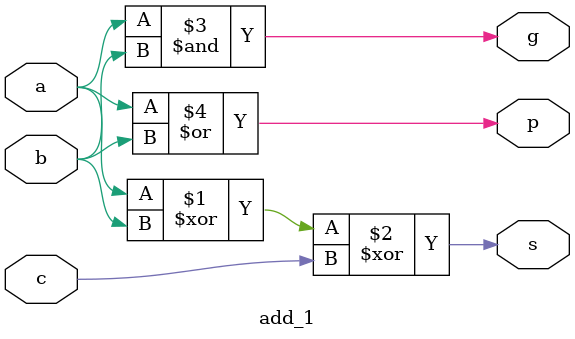
<source format=v>
`timescale 1ns / 1ps


module add_1 (a,b,c, g,p,s);
    input a,b,c;
    output g,p,s;
    assign s = a ^ b ^ c;
    assign g = a & b;
    assign p = a | b;
endmodule

</source>
